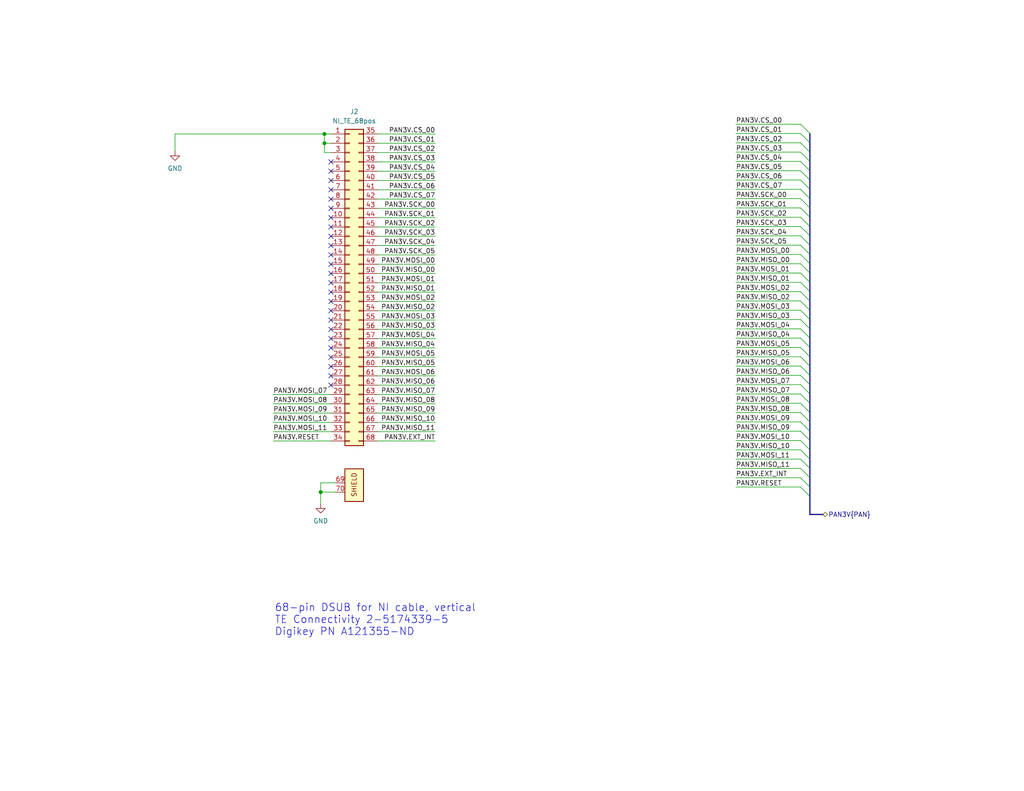
<source format=kicad_sch>
(kicad_sch (version 20250114) (generator "eeschema") (generator_version "9.0")
  (paper "USLetter")
  (title_block (title "12-12 NI G4.1 Arena Modular LED Display") (date "2024-10-08") (rev "v7.1") (company "IORodeo for Reiserlab @ Janelia"))
  (lib_symbols
    (symbol "arena_custom:NI_TE_68pos_2-5174225-5" (pin_names (offset 1.016) (hide yes))
      (property "Reference" "J" (at 1.27 43.18 0))
      (property "Value" "NI_TE_68pos" (at 1.27 -45.72 0))
      (symbol "NI_TE_68pos_2-5174225-5_1_1"
        (rectangle (start -1.27 41.91) (end 3.81 -44.45) (stroke (width 0.254)) (fill (type background)))
        (rectangle (start -1.27 40.767) (end 0 40.513) (stroke (width 0.1524)))
        (rectangle (start -1.27 38.227) (end 0 37.973) (stroke (width 0.1524)))
        (rectangle (start -1.27 35.687) (end 0 35.433) (stroke (width 0.1524)))
        (rectangle (start -1.27 33.147) (end 0 32.893) (stroke (width 0.1524)))
        (rectangle (start -1.27 30.607) (end 0 30.353) (stroke (width 0.1524)))
        (rectangle (start -1.27 28.067) (end 0 27.813) (stroke (width 0.1524)))
        (rectangle (start -1.27 25.527) (end 0 25.273) (stroke (width 0.1524)))
        (rectangle (start -1.27 22.987) (end 0 22.733) (stroke (width 0.1524)))
        (rectangle (start -1.27 20.447) (end 0 20.193) (stroke (width 0.1524)))
        (rectangle (start -1.27 17.907) (end 0 17.653) (stroke (width 0.1524)))
        (rectangle (start -1.27 15.367) (end 0 15.113) (stroke (width 0.1524)))
        (rectangle (start -1.27 12.827) (end 0 12.573) (stroke (width 0.1524)))
        (rectangle (start -1.27 10.287) (end 0 10.033) (stroke (width 0.1524)))
        (rectangle (start -1.27 7.747) (end 0 7.493) (stroke (width 0.1524)))
        (rectangle (start -1.27 5.207) (end 0 4.953) (stroke (width 0.1524)))
        (rectangle (start -1.27 2.667) (end 0 2.413) (stroke (width 0.1524)))
        (rectangle (start -1.27 0.127) (end 0 -0.127) (stroke (width 0.1524)))
        (rectangle (start -1.27 -2.413) (end 0 -2.667) (stroke (width 0.1524)))
        (rectangle (start -1.27 -4.953) (end 0 -5.207) (stroke (width 0.1524)))
        (rectangle (start -1.27 -7.493) (end 0 -7.747) (stroke (width 0.1524)))
        (rectangle (start -1.27 -10.033) (end 0 -10.287) (stroke (width 0.1524)))
        (rectangle (start -1.27 -12.573) (end 0 -12.827) (stroke (width 0.1524)))
        (rectangle (start -1.27 -15.113) (end 0 -15.367) (stroke (width 0.1524)))
        (rectangle (start -1.27 -17.653) (end 0 -17.907) (stroke (width 0.1524)))
        (rectangle (start -1.27 -20.193) (end 0 -20.447) (stroke (width 0.1524)))
        (rectangle (start -1.27 -22.733) (end 0 -22.987) (stroke (width 0.1524)))
        (rectangle (start -1.27 -25.273) (end 0 -25.527) (stroke (width 0.1524)))
        (rectangle (start -1.27 -27.813) (end 0 -28.067) (stroke (width 0.1524)))
        (rectangle (start -1.27 -30.353) (end 0 -30.607) (stroke (width 0.1524)))
        (rectangle (start -1.27 -32.893) (end 0 -33.147) (stroke (width 0.1524)))
        (rectangle (start -1.27 -35.433) (end 0 -35.687) (stroke (width 0.1524)))
        (rectangle (start -1.27 -37.973) (end 0 -38.227) (stroke (width 0.1524)))
        (rectangle (start -1.27 -40.513) (end 0 -40.767) (stroke (width 0.1524)))
        (rectangle (start -1.27 -43.053) (end 0 -43.307) (stroke (width 0.1524)))
        (rectangle (start -1.27 -50.8) (end 3.81 -59.69) (stroke (width 0.254)) (fill (type background)))
        (rectangle (start 3.81 40.767) (end 2.54 40.513) (stroke (width 0.1524)))
        (rectangle (start 3.81 38.227) (end 2.54 37.973) (stroke (width 0.1524)))
        (rectangle (start 3.81 35.687) (end 2.54 35.433) (stroke (width 0.1524)))
        (rectangle (start 3.81 33.147) (end 2.54 32.893) (stroke (width 0.1524)))
        (rectangle (start 3.81 30.607) (end 2.54 30.353) (stroke (width 0.1524)))
        (rectangle (start 3.81 28.067) (end 2.54 27.813) (stroke (width 0.1524)))
        (rectangle (start 3.81 25.527) (end 2.54 25.273) (stroke (width 0.1524)))
        (rectangle (start 3.81 22.987) (end 2.54 22.733) (stroke (width 0.1524)))
        (rectangle (start 3.81 20.447) (end 2.54 20.193) (stroke (width 0.1524)))
        (rectangle (start 3.81 17.907) (end 2.54 17.653) (stroke (width 0.1524)))
        (rectangle (start 3.81 15.367) (end 2.54 15.113) (stroke (width 0.1524)))
        (rectangle (start 3.81 12.827) (end 2.54 12.573) (stroke (width 0.1524)))
        (rectangle (start 3.81 10.287) (end 2.54 10.033) (stroke (width 0.1524)))
        (rectangle (start 3.81 7.747) (end 2.54 7.493) (stroke (width 0.1524)))
        (rectangle (start 3.81 5.207) (end 2.54 4.953) (stroke (width 0.1524)))
        (rectangle (start 3.81 2.667) (end 2.54 2.413) (stroke (width 0.1524)))
        (rectangle (start 3.81 0.127) (end 2.54 -0.127) (stroke (width 0.1524)))
        (rectangle (start 3.81 -2.413) (end 2.54 -2.667) (stroke (width 0.1524)))
        (rectangle (start 3.81 -4.953) (end 2.54 -5.207) (stroke (width 0.1524)))
        (rectangle (start 3.81 -7.493) (end 2.54 -7.747) (stroke (width 0.1524)))
        (rectangle (start 3.81 -10.033) (end 2.54 -10.287) (stroke (width 0.1524)))
        (rectangle (start 3.81 -12.573) (end 2.54 -12.827) (stroke (width 0.1524)))
        (rectangle (start 3.81 -15.113) (end 2.54 -15.367) (stroke (width 0.1524)))
        (rectangle (start 3.81 -17.653) (end 2.54 -17.907) (stroke (width 0.1524)))
        (rectangle (start 3.81 -20.193) (end 2.54 -20.447) (stroke (width 0.1524)))
        (rectangle (start 3.81 -22.733) (end 2.54 -22.987) (stroke (width 0.1524)))
        (rectangle (start 3.81 -25.273) (end 2.54 -25.527) (stroke (width 0.1524)))
        (rectangle (start 3.81 -27.813) (end 2.54 -28.067) (stroke (width 0.1524)))
        (rectangle (start 3.81 -30.353) (end 2.54 -30.607) (stroke (width 0.1524)))
        (rectangle (start 3.81 -32.893) (end 2.54 -33.147) (stroke (width 0.1524)))
        (rectangle (start 3.81 -35.433) (end 2.54 -35.687) (stroke (width 0.1524)))
        (rectangle (start 3.81 -37.973) (end 2.54 -38.227) (stroke (width 0.1524)))
        (rectangle (start 3.81 -40.513) (end 2.54 -40.767) (stroke (width 0.1524)))
        (rectangle (start 3.81 -43.053) (end 2.54 -43.307) (stroke (width 0.1524)))
        (text "SHIELD" (at 1.27 -55.118 900) (effects (font (size 1.27 1.27))))
        (pin passive line (at -5.08 40.64 0) (length 3.81) (name "Pin_1") (number "1"))
        (pin passive line (at -5.08 38.1 0) (length 3.81) (name "Pin_2") (number "2"))
        (pin passive line (at -5.08 35.56 0) (length 3.81) (name "Pin_3") (number "3"))
        (pin passive line (at -5.08 33.02 0) (length 3.81) (name "Pin_4") (number "4"))
        (pin passive line (at -5.08 30.48 0) (length 3.81) (name "Pin_5") (number "5"))
        (pin passive line (at -5.08 27.94 0) (length 3.81) (name "Pin_6") (number "6"))
        (pin passive line (at -5.08 25.4 0) (length 3.81) (name "Pin_7") (number "7"))
        (pin passive line (at -5.08 22.86 0) (length 3.81) (name "Pin_8") (number "8"))
        (pin passive line (at -5.08 20.32 0) (length 3.81) (name "Pin_9") (number "9"))
        (pin passive line (at -5.08 17.78 0) (length 3.81) (name "Pin_10") (number "10"))
        (pin passive line (at -5.08 15.24 0) (length 3.81) (name "Pin_11") (number "11"))
        (pin passive line (at -5.08 12.7 0) (length 3.81) (name "Pin_12") (number "12"))
        (pin passive line (at -5.08 10.16 0) (length 3.81) (name "Pin_13") (number "13"))
        (pin passive line (at -5.08 7.62 0) (length 3.81) (name "Pin_14") (number "14"))
        (pin passive line (at -5.08 5.08 0) (length 3.81) (name "Pin_15") (number "15"))
        (pin passive line (at -5.08 2.54 0) (length 3.81) (name "Pin_16") (number "16"))
        (pin passive line (at -5.08 0 0) (length 3.81) (name "Pin_17") (number "17"))
        (pin passive line (at -5.08 -2.54 0) (length 3.81) (name "Pin_18") (number "18"))
        (pin passive line (at -5.08 -5.08 0) (length 3.81) (name "Pin_19") (number "19"))
        (pin passive line (at -5.08 -7.62 0) (length 3.81) (name "Pin_20") (number "20"))
        (pin passive line (at -5.08 -10.16 0) (length 3.81) (name "Pin_21") (number "21"))
        (pin passive line (at -5.08 -12.7 0) (length 3.81) (name "Pin_22") (number "22"))
        (pin passive line (at -5.08 -15.24 0) (length 3.81) (name "Pin_23") (number "23"))
        (pin passive line (at -5.08 -17.78 0) (length 3.81) (name "Pin_24") (number "24"))
        (pin passive line (at -5.08 -20.32 0) (length 3.81) (name "Pin_25") (number "25"))
        (pin passive line (at -5.08 -22.86 0) (length 3.81) (name "Pin_26") (number "26"))
        (pin passive line (at -5.08 -25.4 0) (length 3.81) (name "Pin_27") (number "27"))
        (pin passive line (at -5.08 -27.94 0) (length 3.81) (name "Pin_28") (number "28"))
        (pin passive line (at -5.08 -30.48 0) (length 3.81) (name "Pin_29") (number "29"))
        (pin passive line (at -5.08 -33.02 0) (length 3.81) (name "Pin_30") (number "30"))
        (pin passive line (at -5.08 -35.56 0) (length 3.81) (name "Pin_31") (number "31"))
        (pin passive line (at -5.08 -38.1 0) (length 3.81) (name "Pin_32") (number "32"))
        (pin passive line (at -5.08 -40.64 0) (length 3.81) (name "Pin_33") (number "33"))
        (pin passive line (at -5.08 -43.18 0) (length 3.81) (name "Pin_34") (number "34"))
        (pin input line (at -3.81 -54.61 0) (length 2.54) (name "GND") (number "69"))
        (pin input line (at -3.81 -57.15 0) (length 2.54) (name "GND") (number "70"))
        (pin passive line (at 7.62 40.64 180) (length 3.81) (name "Pin_35") (number "35"))
        (pin passive line (at 7.62 38.1 180) (length 3.81) (name "Pin_36") (number "36"))
        (pin passive line (at 7.62 35.56 180) (length 3.81) (name "Pin_37") (number "37"))
        (pin passive line (at 7.62 33.02 180) (length 3.81) (name "Pin_38") (number "38"))
        (pin passive line (at 7.62 30.48 180) (length 3.81) (name "Pin_39") (number "39"))
        (pin passive line (at 7.62 27.94 180) (length 3.81) (name "Pin_40") (number "40"))
        (pin passive line (at 7.62 25.4 180) (length 3.81) (name "Pin_41") (number "41"))
        (pin passive line (at 7.62 22.86 180) (length 3.81) (name "Pin_42") (number "42"))
        (pin passive line (at 7.62 20.32 180) (length 3.81) (name "Pin_43") (number "43"))
        (pin passive line (at 7.62 17.78 180) (length 3.81) (name "Pin_44") (number "44"))
        (pin passive line (at 7.62 15.24 180) (length 3.81) (name "Pin_45") (number "45"))
        (pin passive line (at 7.62 12.7 180) (length 3.81) (name "Pin_46") (number "46"))
        (pin passive line (at 7.62 10.16 180) (length 3.81) (name "Pin_47") (number "47"))
        (pin passive line (at 7.62 7.62 180) (length 3.81) (name "Pin_48") (number "48"))
        (pin passive line (at 7.62 5.08 180) (length 3.81) (name "Pin_49") (number "49"))
        (pin passive line (at 7.62 2.54 180) (length 3.81) (name "Pin_50") (number "50"))
        (pin passive line (at 7.62 0 180) (length 3.81) (name "Pin_51") (number "51"))
        (pin passive line (at 7.62 -2.54 180) (length 3.81) (name "Pin_52") (number "52"))
        (pin passive line (at 7.62 -5.08 180) (length 3.81) (name "Pin_53") (number "53"))
        (pin passive line (at 7.62 -7.62 180) (length 3.81) (name "Pin_54") (number "54"))
        (pin passive line (at 7.62 -10.16 180) (length 3.81) (name "Pin_55") (number "55"))
        (pin passive line (at 7.62 -12.7 180) (length 3.81) (name "Pin_56") (number "56"))
        (pin passive line (at 7.62 -15.24 180) (length 3.81) (name "Pin_57") (number "57"))
        (pin passive line (at 7.62 -17.78 180) (length 3.81) (name "Pin_58") (number "58"))
        (pin passive line (at 7.62 -20.32 180) (length 3.81) (name "Pin_59") (number "59"))
        (pin passive line (at 7.62 -22.86 180) (length 3.81) (name "Pin_60") (number "60"))
        (pin passive line (at 7.62 -25.4 180) (length 3.81) (name "Pin_61") (number "61"))
        (pin passive line (at 7.62 -27.94 180) (length 3.81) (name "Pin_62") (number "62"))
        (pin passive line (at 7.62 -30.48 180) (length 3.81) (name "Pin_63") (number "63"))
        (pin passive line (at 7.62 -33.02 180) (length 3.81) (name "Pin_64") (number "64"))
        (pin passive line (at 7.62 -35.56 180) (length 3.81) (name "Pin_65") (number "65"))
        (pin passive line (at 7.62 -38.1 180) (length 3.81) (name "Pin_66") (number "66"))
        (pin passive line (at 7.62 -40.64 180) (length 3.81) (name "Pin_67") (number "67"))
        (pin passive line (at 7.62 -43.18 180) (length 3.81) (name "Pin_68") (number "68"))
      )
    )
    (symbol "power:GND" (power) (pin_names (offset 0))
      (property "Value" "GND" (at 0 -3.81 0))
      (symbol "GND_0_1"
        (polyline (pts (xy 0 0) (xy 0 -1.27) (xy 1.27 -1.27) (xy 0 -2.54) (xy -1.27 -1.27) (xy 0 -1.27)))
      )
      (symbol "GND_1_1"
        (pin power_in line (at 0 0 270) (length 0) (hide yes) (name "GND") (number "1"))
      )
    )
  )
  (text "68-pin DSUB for NI cable, vertical\nTE Connectivity 2-5174339-5\nDigikey PN A121355-ND\n\n" (at 74.93 177.038 0) (effects (font (size 2.032 2.032)) (justify left bottom)))
  (junction (at 87.503 134.366))
  (junction (at 88.519 36.576))
  (junction (at 88.519 39.116))
  (no_connect (at 90.297 51.816))
  (no_connect (at 90.297 77.216))
  (no_connect (at 90.297 89.916))
  (no_connect (at 90.297 56.896))
  (no_connect (at 90.297 59.436))
  (no_connect (at 90.297 54.356))
  (no_connect (at 90.297 46.736))
  (no_connect (at 90.297 69.596))
  (no_connect (at 90.297 44.196))
  (no_connect (at 90.297 49.276))
  (no_connect (at 90.297 64.516))
  (no_connect (at 90.297 67.056))
  (no_connect (at 90.297 100.076))
  (no_connect (at 90.297 102.616))
  (no_connect (at 90.297 94.996))
  (no_connect (at 90.297 92.456))
  (no_connect (at 90.297 84.836))
  (no_connect (at 90.297 82.296))
  (no_connect (at 90.297 87.376))
  (no_connect (at 90.297 74.676))
  (no_connect (at 90.297 72.136))
  (no_connect (at 90.297 97.536))
  (no_connect (at 90.297 79.756))
  (no_connect (at 90.297 61.976))
  (no_connect (at 90.297 105.156))
  (bus_entry (at 218.44 112.649) (size 2.54 2.54))
  (bus_entry (at 218.44 130.429) (size 2.54 2.54))
  (bus_entry (at 220.98 87.249) (size -2.54 -2.54))
  (bus_entry (at 218.44 117.729) (size 2.54 2.54))
  (bus_entry (at 218.44 127.889) (size 2.54 2.54))
  (bus_entry (at 220.98 49.149) (size -2.54 -2.54))
  (bus_entry (at 220.98 54.229) (size -2.54 -2.54))
  (bus_entry (at 220.98 61.849) (size -2.54 -2.54))
  (bus_entry (at 220.98 89.789) (size -2.54 -2.54))
  (bus_entry (at 220.98 84.709) (size -2.54 -2.54))
  (bus_entry (at 218.44 92.329) (size 2.54 2.54))
  (bus_entry (at 218.44 105.029) (size 2.54 2.54))
  (bus_entry (at 218.44 120.269) (size 2.54 2.54))
  (bus_entry (at 220.98 46.609) (size -2.54 -2.54))
  (bus_entry (at 220.98 56.769) (size -2.54 -2.54))
  (bus_entry (at 220.98 36.449) (size -2.54 -2.54))
  (bus_entry (at 220.98 69.469) (size -2.54 -2.54))
  (bus_entry (at 218.44 89.789) (size 2.54 2.54))
  (bus_entry (at 218.44 102.489) (size 2.54 2.54))
  (bus_entry (at 218.44 94.869) (size 2.54 2.54))
  (bus_entry (at 220.98 44.069) (size -2.54 -2.54))
  (bus_entry (at 218.44 122.809) (size 2.54 2.54))
  (bus_entry (at 220.98 38.989) (size -2.54 -2.54))
  (bus_entry (at 218.44 110.109) (size 2.54 2.54))
  (bus_entry (at 220.98 66.929) (size -2.54 -2.54))
  (bus_entry (at 220.98 82.169) (size -2.54 -2.54))
  (bus_entry (at 220.98 59.309) (size -2.54 -2.54))
  (bus_entry (at 218.44 132.969) (size 2.54 2.54))
  (bus_entry (at 220.98 79.629) (size -2.54 -2.54))
  (bus_entry (at 220.98 77.089) (size -2.54 -2.54))
  (bus_entry (at 220.98 51.689) (size -2.54 -2.54))
  (bus_entry (at 220.98 64.389) (size -2.54 -2.54))
  (bus_entry (at 220.98 74.549) (size -2.54 -2.54))
  (bus_entry (at 218.44 115.189) (size 2.54 2.54))
  (bus_entry (at 218.44 99.949) (size 2.54 2.54))
  (bus_entry (at 220.98 72.009) (size -2.54 -2.54))
  (bus_entry (at 220.98 41.529) (size -2.54 -2.54))
  (bus_entry (at 218.44 107.569) (size 2.54 2.54))
  (bus_entry (at 218.44 125.349) (size 2.54 2.54))
  (bus_entry (at 218.44 97.409) (size 2.54 2.54))
  (bus (pts (xy 220.98 115.189) (xy 220.98 117.729)))
  (wire (pts (xy 102.997 61.976) (xy 118.745 61.976)))
  (wire (pts (xy 102.997 120.396) (xy 118.745 120.396)))
  (wire (pts (xy 200.787 97.409) (xy 218.44 97.409)))
  (bus (pts (xy 220.98 51.689) (xy 220.98 54.229)))
  (bus (pts (xy 220.98 64.389) (xy 220.98 66.929)))
  (wire (pts (xy 200.787 102.489) (xy 218.44 102.489)))
  (wire (pts (xy 47.752 36.576) (xy 88.519 36.576)))
  (wire (pts (xy 102.997 59.436) (xy 118.745 59.436)))
  (wire (pts (xy 90.297 112.776) (xy 74.549 112.776)))
  (wire (pts (xy 218.44 79.629) (xy 200.787 79.629)))
  (wire (pts (xy 102.997 64.516) (xy 118.745 64.516)))
  (wire (pts (xy 102.997 82.296) (xy 118.745 82.296)))
  (bus (pts (xy 220.98 84.709) (xy 220.98 87.249)))
  (wire (pts (xy 218.44 54.229) (xy 200.787 54.229)))
  (wire (pts (xy 102.997 56.896) (xy 118.745 56.896)))
  (wire (pts (xy 218.44 72.009) (xy 200.787 72.009)))
  (wire (pts (xy 102.997 44.196) (xy 118.745 44.196)))
  (wire (pts (xy 218.44 89.789) (xy 200.787 89.789)))
  (wire (pts (xy 102.997 87.376) (xy 118.745 87.376)))
  (wire (pts (xy 200.787 99.949) (xy 218.44 99.949)))
  (wire (pts (xy 88.519 36.576) (xy 90.297 36.576)))
  (bus (pts (xy 220.98 44.069) (xy 220.98 46.609)))
  (bus (pts (xy 220.98 72.009) (xy 220.98 74.549)))
  (wire (pts (xy 218.44 61.849) (xy 200.787 61.849)))
  (bus (pts (xy 220.98 56.769) (xy 220.98 59.309)))
  (wire (pts (xy 200.787 94.869) (xy 218.44 94.869)))
  (wire (pts (xy 200.787 92.329) (xy 218.44 92.329)))
  (wire (pts (xy 218.44 49.149) (xy 200.787 49.149)))
  (wire (pts (xy 200.787 105.029) (xy 218.44 105.029)))
  (wire (pts (xy 102.997 46.736) (xy 118.745 46.736)))
  (wire (pts (xy 91.567 131.826) (xy 87.503 131.826)))
  (wire (pts (xy 218.44 46.609) (xy 200.787 46.609)))
  (bus (pts (xy 220.98 79.629) (xy 220.98 82.169)))
  (wire (pts (xy 88.519 39.116) (xy 88.519 41.656)))
  (bus (pts (xy 220.98 69.469) (xy 220.98 72.009)))
  (wire (pts (xy 200.787 122.809) (xy 218.44 122.809)))
  (wire (pts (xy 102.997 84.836) (xy 118.745 84.836)))
  (wire (pts (xy 200.787 117.729) (xy 218.44 117.729)))
  (wire (pts (xy 102.997 94.996) (xy 118.745 94.996)))
  (wire (pts (xy 102.997 110.236) (xy 118.745 110.236)))
  (wire (pts (xy 102.997 54.356) (xy 118.745 54.356)))
  (bus (pts (xy 220.98 125.349) (xy 220.98 127.889)))
  (wire (pts (xy 218.44 44.069) (xy 200.787 44.069)))
  (wire (pts (xy 218.44 77.089) (xy 200.787 77.089)))
  (bus (pts (xy 220.98 117.729) (xy 220.98 120.269)))
  (wire (pts (xy 218.44 69.469) (xy 200.787 69.469)))
  (wire (pts (xy 102.997 49.276) (xy 118.745 49.276)))
  (wire (pts (xy 47.752 36.576) (xy 47.752 41.275)))
  (wire (pts (xy 218.44 59.309) (xy 200.787 59.309)))
  (wire (pts (xy 200.787 125.349) (xy 218.44 125.349)))
  (bus (pts (xy 220.98 122.809) (xy 220.98 125.349)))
  (wire (pts (xy 102.997 36.576) (xy 118.745 36.576)))
  (bus (pts (xy 220.98 77.089) (xy 220.98 79.629)))
  (wire (pts (xy 200.787 107.569) (xy 218.44 107.569)))
  (wire (pts (xy 88.519 36.576) (xy 88.519 39.116)))
  (bus (pts (xy 220.98 66.929) (xy 220.98 69.469)))
  (wire (pts (xy 200.787 110.109) (xy 218.44 110.109)))
  (wire (pts (xy 218.44 38.989) (xy 200.787 38.989)))
  (wire (pts (xy 102.997 115.316) (xy 118.745 115.316)))
  (wire (pts (xy 218.44 87.249) (xy 200.787 87.249)))
  (wire (pts (xy 102.997 105.156) (xy 118.745 105.156)))
  (bus (pts (xy 220.98 92.329) (xy 220.98 94.869)))
  (bus (pts (xy 220.98 54.229) (xy 220.98 56.769)))
  (wire (pts (xy 218.44 82.169) (xy 200.787 82.169)))
  (wire (pts (xy 88.519 39.116) (xy 90.297 39.116)))
  (wire (pts (xy 218.44 64.389) (xy 200.787 64.389)))
  (wire (pts (xy 102.997 107.696) (xy 118.745 107.696)))
  (wire (pts (xy 218.44 41.529) (xy 200.787 41.529)))
  (bus (pts (xy 220.98 107.569) (xy 220.98 110.109)))
  (bus (pts (xy 220.98 102.489) (xy 220.98 105.029)))
  (wire (pts (xy 88.519 41.656) (xy 90.297 41.656)))
  (bus (pts (xy 220.98 59.309) (xy 220.98 61.849)))
  (bus (pts (xy 220.98 110.109) (xy 220.98 112.649)))
  (bus (pts (xy 220.98 140.462) (xy 224.536 140.462)))
  (bus (pts (xy 220.98 87.249) (xy 220.98 89.789)))
  (wire (pts (xy 91.567 134.366) (xy 87.503 134.366)))
  (bus (pts (xy 220.98 132.969) (xy 220.98 135.509)))
  (wire (pts (xy 102.997 102.616) (xy 118.745 102.616)))
  (wire (pts (xy 102.997 77.216) (xy 118.745 77.216)))
  (wire (pts (xy 90.297 115.316) (xy 74.549 115.316)))
  (wire (pts (xy 102.997 97.536) (xy 118.745 97.536)))
  (wire (pts (xy 200.787 130.429) (xy 218.44 130.429)))
  (wire (pts (xy 200.787 120.269) (xy 218.44 120.269)))
  (bus (pts (xy 220.98 127.889) (xy 220.98 130.429)))
  (wire (pts (xy 90.297 120.396) (xy 74.549 120.396)))
  (wire (pts (xy 200.787 112.649) (xy 218.44 112.649)))
  (wire (pts (xy 218.44 84.709) (xy 200.787 84.709)))
  (wire (pts (xy 102.997 67.056) (xy 118.745 67.056)))
  (wire (pts (xy 87.503 134.366) (xy 87.503 137.541)))
  (wire (pts (xy 102.997 41.656) (xy 118.745 41.656)))
  (wire (pts (xy 102.997 39.116) (xy 118.745 39.116)))
  (wire (pts (xy 218.44 33.909) (xy 200.787 33.909)))
  (wire (pts (xy 200.787 132.969) (xy 218.44 132.969)))
  (bus (pts (xy 220.98 97.409) (xy 220.98 99.949)))
  (bus (pts (xy 220.98 49.149) (xy 220.98 51.689)))
  (bus (pts (xy 220.98 135.509) (xy 220.98 140.462)))
  (bus (pts (xy 220.98 120.269) (xy 220.98 122.809)))
  (bus (pts (xy 220.98 46.609) (xy 220.98 49.149)))
  (wire (pts (xy 218.44 36.449) (xy 200.787 36.449)))
  (bus (pts (xy 220.98 41.529) (xy 220.98 44.069)))
  (wire (pts (xy 90.297 107.696) (xy 74.549 107.696)))
  (wire (pts (xy 218.44 56.769) (xy 200.787 56.769)))
  (bus (pts (xy 220.98 94.869) (xy 220.98 97.409)))
  (wire (pts (xy 102.997 72.136) (xy 118.745 72.136)))
  (wire (pts (xy 102.997 74.676) (xy 118.745 74.676)))
  (wire (pts (xy 87.503 131.826) (xy 87.503 134.366)))
  (bus (pts (xy 220.98 82.169) (xy 220.98 84.709)))
  (wire (pts (xy 102.997 79.756) (xy 118.745 79.756)))
  (wire (pts (xy 102.997 69.596) (xy 118.745 69.596)))
  (wire (pts (xy 102.997 112.776) (xy 118.745 112.776)))
  (bus (pts (xy 220.98 99.949) (xy 220.98 102.489)))
  (wire (pts (xy 90.297 117.856) (xy 74.549 117.856)))
  (wire (pts (xy 200.787 115.189) (xy 218.44 115.189)))
  (bus (pts (xy 220.98 105.029) (xy 220.98 107.569)))
  (wire (pts (xy 102.997 51.816) (xy 118.745 51.816)))
  (bus (pts (xy 220.98 38.989) (xy 220.98 41.529)))
  (wire (pts (xy 90.297 110.236) (xy 74.549 110.236)))
  (wire (pts (xy 218.44 51.689) (xy 200.787 51.689)))
  (bus (pts (xy 220.98 74.549) (xy 220.98 77.089)))
  (wire (pts (xy 102.997 92.456) (xy 118.745 92.456)))
  (wire (pts (xy 102.997 89.916) (xy 118.745 89.916)))
  (bus (pts (xy 220.98 36.449) (xy 220.98 38.989)))
  (bus (pts (xy 220.98 112.649) (xy 220.98 115.189)))
  (wire (pts (xy 200.787 127.889) (xy 218.44 127.889)))
  (bus (pts (xy 220.98 61.849) (xy 220.98 64.389)))
  (wire (pts (xy 200.787 66.929) (xy 218.44 66.929)))
  (bus (pts (xy 220.98 130.429) (xy 220.98 132.969)))
  (wire (pts (xy 102.997 117.856) (xy 118.745 117.856)))
  (bus (pts (xy 220.98 89.789) (xy 220.98 92.329)))
  (wire (pts (xy 102.997 100.076) (xy 118.745 100.076)))
  (wire (pts (xy 218.44 74.549) (xy 200.787 74.549)))
  (label "PAN3V.CS_01" (at 200.787 36.449 0))
  (label "PAN3V.RESET" (at 74.549 120.396 0))
  (label "PAN3V.MISO_11" (at 200.787 127.889 0))
  (label "PAN3V.RESET" (at 200.787 132.969 0))
  (label "PAN3V.MOSI_07" (at 74.549 107.696 0))
  (label "PAN3V.CS_02" (at 200.787 38.989 0))
  (label "PAN3V.MOSI_02" (at 200.787 79.629 0))
  (label "PAN3V.MOSI_01" (at 118.745 77.216 180))
  (label "PAN3V.MOSI_03" (at 118.745 87.376 180))
  (label "PAN3V.CS_03" (at 118.745 44.196 180))
  (label "PAN3V.MOSI_05" (at 118.745 97.536 180))
  (label "PAN3V.MISO_04" (at 200.787 92.329 0))
  (label "PAN3V.MOSI_08" (at 74.549 110.236 0))
  (label "PAN3V.CS_04" (at 200.787 44.069 0))
  (label "PAN3V.SCK_00" (at 118.745 56.896 180))
  (label "PAN3V.MISO_03" (at 118.745 89.916 180))
  (label "PAN3V.MISO_06" (at 200.787 102.489 0))
  (label "PAN3V.MOSI_00" (at 118.745 72.136 180))
  (label "PAN3V.MISO_08" (at 200.787 112.649 0))
  (label "PAN3V.MOSI_03" (at 200.787 84.709 0))
  (label "PAN3V.MISO_10" (at 200.787 122.809 0))
  (label "PAN3V.MISO_02" (at 200.787 82.169 0))
  (label "PAN3V.MISO_01" (at 200.787 77.089 0))
  (label "PAN3V.SCK_05" (at 118.745 69.596 180))
  (label "PAN3V.MOSI_00" (at 200.787 69.469 0))
  (label "PAN3V.EXT_INT" (at 200.787 130.429 0))
  (label "PAN3V.CS_05" (at 200.787 46.609 0))
  (label "PAN3V.MISO_05" (at 200.787 97.409 0))
  (label "PAN3V.SCK_04" (at 118.745 67.056 180))
  (label "PAN3V.CS_05" (at 118.745 49.276 180))
  (label "PAN3V.CS_03" (at 200.787 41.529 0))
  (label "PAN3V.MOSI_11" (at 74.549 117.856 0))
  (label "PAN3V.SCK_03" (at 118.745 64.516 180))
  (label "PAN3V.CS_04" (at 118.745 46.736 180))
  (label "PAN3V.SCK_01" (at 200.787 56.769 0))
  (label "PAN3V.SCK_02" (at 200.787 59.309 0))
  (label "PAN3V.CS_00" (at 200.787 33.909 0))
  (label "PAN3V.MOSI_04" (at 118.745 92.456 180))
  (label "PAN3V.MISO_01" (at 118.745 79.756 180))
  (label "PAN3V.CS_01" (at 118.745 39.116 180))
  (label "PAN3V.CS_02" (at 118.745 41.656 180))
  (label "PAN3V.MISO_10" (at 118.745 115.316 180))
  (label "PAN3V.MISO_11" (at 118.745 117.856 180))
  (label "PAN3V.MOSI_10" (at 200.787 120.269 0))
  (label "PAN3V.CS_06" (at 118.745 51.816 180))
  (label "PAN3V.EXT_INT" (at 118.745 120.396 180))
  (label "PAN3V.MOSI_04" (at 200.787 89.789 0))
  (label "PAN3V.MISO_04" (at 118.745 94.996 180))
  (label "PAN3V.MOSI_06" (at 200.787 99.949 0))
  (label "PAN3V.MISO_07" (at 200.787 107.569 0))
  (label "PAN3V.CS_06" (at 200.787 49.149 0))
  (label "PAN3V.MOSI_10" (at 74.549 115.316 0))
  (label "PAN3V.MISO_09" (at 200.787 117.729 0))
  (label "PAN3V.MOSI_06" (at 118.745 102.616 180))
  (label "PAN3V.SCK_03" (at 200.787 61.849 0))
  (label "PAN3V.MISO_09" (at 118.745 112.776 180))
  (label "PAN3V.SCK_04" (at 200.787 64.389 0))
  (label "PAN3V.MISO_05" (at 118.745 100.076 180))
  (label "PAN3V.MOSI_09" (at 74.549 112.776 0))
  (label "PAN3V.MISO_06" (at 118.745 105.156 180))
  (label "PAN3V.MISO_02" (at 118.745 84.836 180))
  (label "PAN3V.CS_07" (at 200.787 51.689 0))
  (label "PAN3V.MISO_07" (at 118.745 107.696 180))
  (label "PAN3V.MISO_00" (at 118.745 74.676 180))
  (label "PAN3V.SCK_00" (at 200.787 54.229 0))
  (label "PAN3V.MOSI_11" (at 200.787 125.349 0))
  (label "PAN3V.SCK_05" (at 200.787 66.929 0))
  (label "PAN3V.MOSI_02" (at 118.745 82.296 180))
  (label "PAN3V.MOSI_01" (at 200.787 74.549 0))
  (label "PAN3V.CS_07" (at 118.745 54.356 180))
  (label "PAN3V.CS_00" (at 118.745 36.576 180))
  (label "PAN3V.SCK_02" (at 118.745 61.976 180))
  (label "PAN3V.MOSI_07" (at 200.787 105.029 0))
  (label "PAN3V.SCK_01" (at 118.745 59.436 180))
  (label "PAN3V.MISO_08" (at 118.745 110.236 180))
  (label "PAN3V.MOSI_08" (at 200.787 110.109 0))
  (label "PAN3V.MOSI_05" (at 200.787 94.869 0))
  (label "PAN3V.MISO_03" (at 200.787 87.249 0))
  (label "PAN3V.MOSI_09" (at 200.787 115.189 0))
  (label "PAN3V.MISO_00" (at 200.787 72.009 0))
  (hierarchical_label "PAN3V{PAN}" (shape bidirectional) (at 224.536 140.462 0))
  (symbol (lib_id "arena_custom:NI_TE_68pos_2-5174225-5") (at 95.377 77.216 0) (unit 1)
    (property "Reference" "J2" (at 96.647 30.48 0))
    (property "Value" "NI_TE_68pos" (at 96.647 33.02 0))
    (property "Footprint" "arena_custom:TE_CONN_DSUB_VERT_68" (effects (hide yes)))
    (property "Datasheet" "https://datasheet.octopart.com/2-5174339-5-TE-Connectivity-datasheet-13532350.pdf" (effects (hide yes)))
    (property "DigiKey PN" "A121355-ND" (effects (hide yes)))
    (property "LCSC PN" "C5172587" (effects (hide yes)))
    (property "PN" "2-5174339-5" (effects (hide yes)))
  )
  (symbol (lib_id "power:GND") (at 47.752 41.275 0) (unit 1)
    (property "Reference" "#PWR05" (effects (hide yes)))
    (property "Value" "GND" (at 47.752 45.974 0))
  )
  (symbol (lib_id "power:GND") (at 87.503 137.541 0) (unit 1)
    (property "Reference" "#PWR01" (effects (hide yes)))
    (property "Value" "GND" (at 87.503 142.24 0))
  )
)
</source>
